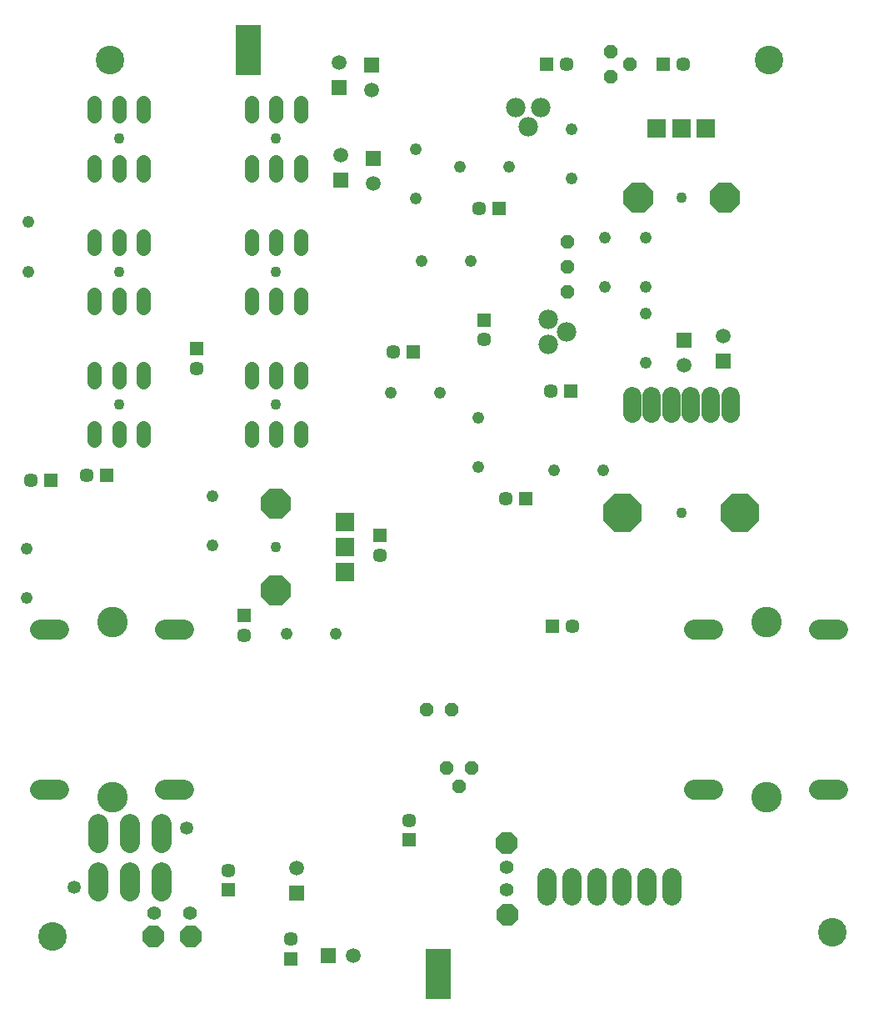
<source format=gbr>
G04 EAGLE Gerber X2 export*
%TF.Part,Single*%
%TF.FileFunction,Soldermask,Bot,1*%
%TF.FilePolarity,Positive*%
%TF.GenerationSoftware,Autodesk,EAGLE,9.2.2*%
%TF.CreationDate,2019-01-08T22:45:00Z*%
G75*
%MOMM*%
%FSLAX34Y34*%
%LPD*%
%INSoldermask Bottom*%
%AMOC8*
5,1,8,0,0,1.08239X$1,22.5*%
G01*
%ADD10C,1.244600*%
%ADD11R,1.451600X1.451600*%
%ADD12C,1.451600*%
%ADD13C,1.509600*%
%ADD14R,1.509600X1.509600*%
%ADD15C,1.422400*%
%ADD16C,1.101600*%
%ADD17C,2.051600*%
%ADD18C,3.101600*%
%ADD19P,1.539592X8X202.500000*%
%ADD20P,2.446851X8X112.500000*%
%ADD21C,1.981200*%
%ADD22P,1.539592X8X292.500000*%
%ADD23P,1.539592X8X112.500000*%
%ADD24R,1.981200X1.981200*%
%ADD25P,3.357141X8X112.500000*%
%ADD26P,3.357141X8X22.500000*%
%ADD27P,2.446851X8X22.500000*%
%ADD28P,2.446851X8X202.500000*%
%ADD29C,1.901600*%
%ADD30P,4.233877X8X22.500000*%
%ADD31C,1.981200*%
%ADD32C,1.351600*%
%ADD33C,2.901600*%
%ADD34R,2.641600X5.181600*%
%ADD35C,1.401600*%


D10*
X369510Y377210D03*
X319510Y377210D03*
D11*
X535700Y809150D03*
D12*
X515700Y809150D03*
D11*
X520700Y695800D03*
D12*
X520700Y675800D03*
D11*
X228290Y666880D03*
D12*
X228290Y646880D03*
D11*
X608440Y623650D03*
D12*
X588440Y623650D03*
D11*
X448150Y663480D03*
D12*
X428150Y663480D03*
D10*
X514350Y596500D03*
X514350Y546500D03*
X244820Y466910D03*
X244820Y516910D03*
D11*
X137000Y538020D03*
D12*
X117000Y538020D03*
D11*
X562450Y514350D03*
D12*
X542450Y514350D03*
D11*
X590298Y384589D03*
D12*
X610298Y384589D03*
D10*
X55800Y413530D03*
X55800Y463530D03*
D11*
X79850Y533400D03*
D12*
X59850Y533400D03*
D10*
X591173Y543656D03*
X641173Y543656D03*
D11*
X414670Y477000D03*
D12*
X414670Y457000D03*
D11*
X276580Y395840D03*
D12*
X276580Y375840D03*
D10*
X684850Y652588D03*
X684850Y702588D03*
D11*
X323850Y47150D03*
D12*
X323850Y67150D03*
D11*
X444500Y167800D03*
D12*
X444500Y187800D03*
D11*
X260350Y117000D03*
D12*
X260350Y137000D03*
D10*
X57150Y745160D03*
X57150Y795160D03*
D11*
X702740Y955743D03*
D12*
X722740Y955743D03*
D11*
X584360Y955743D03*
D12*
X604360Y955743D03*
D10*
X609600Y839380D03*
X609600Y889380D03*
X545700Y851870D03*
X495700Y851870D03*
D13*
X387350Y50800D03*
D14*
X361950Y50800D03*
D13*
X330200Y139700D03*
D14*
X330200Y114300D03*
D15*
X334200Y708396D02*
X334200Y721604D01*
X309200Y721604D02*
X309200Y708396D01*
X284200Y708396D02*
X284200Y721604D01*
X284200Y768396D02*
X284200Y781604D01*
X309200Y781604D02*
X309200Y768396D01*
X334200Y768396D02*
X334200Y781604D01*
D16*
X309200Y745000D03*
D17*
X89050Y218850D02*
X69550Y218850D01*
X69550Y381150D02*
X89050Y381150D01*
X196550Y218850D02*
X216050Y218850D01*
X216050Y381150D02*
X196550Y381150D01*
D18*
X142800Y211100D03*
X142800Y388900D03*
D19*
X487700Y300000D03*
X462300Y300000D03*
D20*
X543560Y165100D03*
X544560Y92280D03*
D15*
X334200Y843396D02*
X334200Y856604D01*
X309200Y856604D02*
X309200Y843396D01*
X284200Y843396D02*
X284200Y856604D01*
X284200Y903396D02*
X284200Y916604D01*
X309200Y916604D02*
X309200Y903396D01*
X334200Y903396D02*
X334200Y916604D01*
D16*
X309200Y880000D03*
D15*
X124200Y903396D02*
X124200Y916604D01*
X149200Y916604D02*
X149200Y903396D01*
X174200Y903396D02*
X174200Y916604D01*
X174200Y856604D02*
X174200Y843396D01*
X149200Y843396D02*
X149200Y856604D01*
X124200Y856604D02*
X124200Y843396D01*
D16*
X149200Y880000D03*
D17*
X861050Y381150D02*
X880550Y381150D01*
X880550Y218850D02*
X861050Y218850D01*
X753550Y381150D02*
X734050Y381150D01*
X734050Y218850D02*
X753550Y218850D01*
D18*
X807300Y388900D03*
X807300Y211100D03*
D21*
X577850Y911320D03*
X565150Y892270D03*
X552450Y911320D03*
D22*
X649240Y943045D03*
X668290Y955745D03*
X649240Y968445D03*
D23*
X605467Y775216D03*
X605467Y749816D03*
X605467Y724416D03*
D21*
X585360Y696580D03*
X604410Y683880D03*
X585360Y671180D03*
D24*
X695800Y890000D03*
X720800Y890000D03*
X745800Y890000D03*
D25*
X676800Y820000D03*
X764800Y820000D03*
D16*
X720800Y820000D03*
D13*
X374650Y863600D03*
D14*
X374650Y838200D03*
D13*
X407670Y834390D03*
D14*
X407670Y859790D03*
D13*
X723362Y650113D03*
D14*
X723362Y675513D03*
D13*
X763270Y679450D03*
D14*
X763270Y654050D03*
D24*
X379200Y490400D03*
X379200Y465400D03*
X379200Y440400D03*
D26*
X309200Y509400D03*
X309200Y421400D03*
D16*
X309200Y465400D03*
D15*
X124200Y768396D02*
X124200Y781604D01*
X149200Y781604D02*
X149200Y768396D01*
X174200Y768396D02*
X174200Y781604D01*
X174200Y721604D02*
X174200Y708396D01*
X149200Y708396D02*
X149200Y721604D01*
X124200Y721604D02*
X124200Y708396D01*
D16*
X149200Y745000D03*
D27*
X184150Y69850D03*
D28*
X222250Y69850D03*
D29*
X690800Y601000D02*
X690800Y619000D01*
X670800Y619000D02*
X670800Y601000D01*
X770800Y601000D02*
X770800Y619000D01*
X710800Y619000D02*
X710800Y601000D01*
X730800Y601000D02*
X730800Y619000D01*
X750800Y619000D02*
X750800Y601000D01*
D30*
X660800Y500000D03*
X780800Y500000D03*
D16*
X720800Y500000D03*
D31*
X711200Y130048D02*
X711200Y111252D01*
X685800Y111252D02*
X685800Y130048D01*
X660400Y130048D02*
X660400Y111252D01*
X635000Y111252D02*
X635000Y130048D01*
X609600Y130048D02*
X609600Y111252D01*
X584200Y111252D02*
X584200Y130048D01*
D17*
X128800Y135000D02*
X128800Y115500D01*
X160800Y115500D02*
X160800Y135000D01*
X192800Y135000D02*
X192800Y115500D01*
X192800Y165000D02*
X192800Y184500D01*
X160800Y184500D02*
X160800Y165000D01*
X128800Y165000D02*
X128800Y184500D01*
D32*
X103800Y120000D03*
X217800Y180000D03*
D33*
X140000Y960000D03*
X810000Y960000D03*
D10*
X507200Y755650D03*
X457200Y755650D03*
X475450Y622300D03*
X425450Y622300D03*
D34*
X280520Y970000D03*
X474000Y31750D03*
D10*
X643046Y779801D03*
X643046Y729801D03*
X450850Y869550D03*
X450850Y819550D03*
D13*
X406080Y929020D03*
D14*
X406080Y954420D03*
D13*
X372790Y957500D03*
D14*
X372790Y932100D03*
D19*
X482600Y241300D03*
X495300Y222250D03*
X508000Y241300D03*
D15*
X124200Y633396D02*
X124200Y646604D01*
X149200Y646604D02*
X149200Y633396D01*
X174200Y633396D02*
X174200Y646604D01*
X174200Y586604D02*
X174200Y573396D01*
X149200Y573396D02*
X149200Y586604D01*
X124200Y586604D02*
X124200Y573396D01*
D16*
X149200Y610000D03*
D15*
X334200Y586604D02*
X334200Y573396D01*
X309200Y573396D02*
X309200Y586604D01*
X284200Y586604D02*
X284200Y573396D01*
X284200Y633396D02*
X284200Y646604D01*
X309200Y646604D02*
X309200Y633396D01*
X334200Y633396D02*
X334200Y646604D01*
D16*
X309200Y610000D03*
D10*
X684919Y729425D03*
X684919Y779425D03*
D33*
X81480Y69880D03*
X874680Y74500D03*
D35*
X184780Y93940D03*
X221740Y93940D03*
X543600Y117040D03*
X543600Y140140D03*
M02*

</source>
